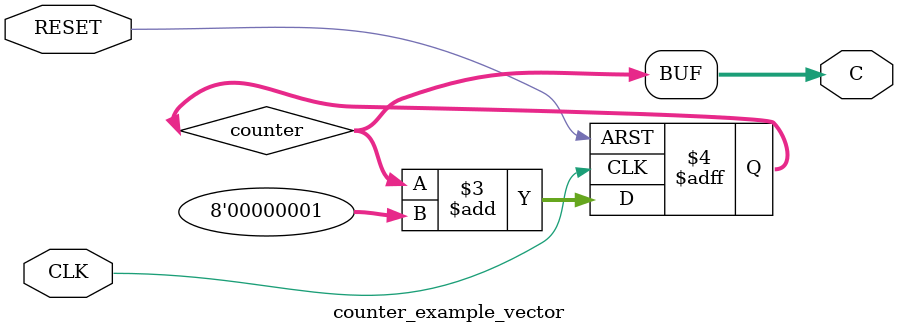
<source format=v>
`default_nettype none
/*
 * TODO
 */

module counter_example_vector (
`ifdef USE_POWER_PINS
    inout vccd1,	// User area 1 1.8V supply
    inout vssd1,	// User area 1 digital ground
`endif

    // Input
    input CLK,
    input RESET,

    // Output
    output [7:0] C
);
    reg [7:0] counter;
    
    always @(posedge CLK, posedge RESET) begin
        if (RESET == 1'b1) begin
            counter <= '0;
        end else begin
            counter <= counter + 8'd1;
        end
    end
    
    assign C = counter;

endmodule
`default_nettype wire

</source>
